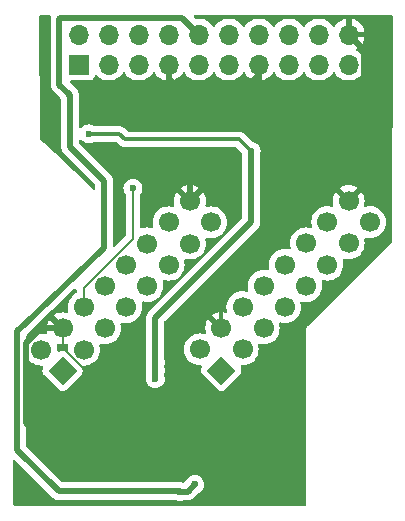
<source format=gbr>
%TF.GenerationSoftware,KiCad,Pcbnew,8.0.4*%
%TF.CreationDate,2024-12-17T16:18:05+07:00*%
%TF.ProjectId,8bit_bus,38626974-5f62-4757-932e-6b696361645f,rev?*%
%TF.SameCoordinates,Original*%
%TF.FileFunction,Copper,L2,Bot*%
%TF.FilePolarity,Positive*%
%FSLAX46Y46*%
G04 Gerber Fmt 4.6, Leading zero omitted, Abs format (unit mm)*
G04 Created by KiCad (PCBNEW 8.0.4) date 2024-12-17 16:18:05*
%MOMM*%
%LPD*%
G01*
G04 APERTURE LIST*
G04 Aperture macros list*
%AMHorizOval*
0 Thick line with rounded ends*
0 $1 width*
0 $2 $3 position (X,Y) of the first rounded end (center of the circle)*
0 $4 $5 position (X,Y) of the second rounded end (center of the circle)*
0 Add line between two ends*
20,1,$1,$2,$3,$4,$5,0*
0 Add two circle primitives to create the rounded ends*
1,1,$1,$2,$3*
1,1,$1,$4,$5*%
%AMRotRect*
0 Rectangle, with rotation*
0 The origin of the aperture is its center*
0 $1 length*
0 $2 width*
0 $3 Rotation angle, in degrees counterclockwise*
0 Add horizontal line*
21,1,$1,$2,0,0,$3*%
G04 Aperture macros list end*
%TA.AperFunction,ComponentPad*%
%ADD10R,1.700000X1.700000*%
%TD*%
%TA.AperFunction,ComponentPad*%
%ADD11O,1.700000X1.700000*%
%TD*%
%TA.AperFunction,ComponentPad*%
%ADD12RotRect,1.700000X1.700000X315.000000*%
%TD*%
%TA.AperFunction,ComponentPad*%
%ADD13HorizOval,1.700000X0.000000X0.000000X0.000000X0.000000X0*%
%TD*%
%TA.AperFunction,ViaPad*%
%ADD14C,0.600000*%
%TD*%
%TA.AperFunction,Conductor*%
%ADD15C,0.500000*%
%TD*%
%TA.AperFunction,Conductor*%
%ADD16C,0.300000*%
%TD*%
%TA.AperFunction,Conductor*%
%ADD17C,0.200000*%
%TD*%
%TA.AperFunction,Conductor*%
%ADD18C,0.250000*%
%TD*%
G04 APERTURE END LIST*
D10*
%TO.P,J17,1,Pin_1*%
%TO.N,/8bit_bus/D0*%
X30293893Y-23608850D03*
D11*
%TO.P,J17,2,Pin_2*%
%TO.N,/8bit_bus/D1*%
X30293893Y-21068850D03*
%TO.P,J17,3,Pin_3*%
%TO.N,/8bit_bus/D2*%
X32833893Y-23608850D03*
%TO.P,J17,4,Pin_4*%
%TO.N,/8bit_bus/D3*%
X32833893Y-21068850D03*
%TO.P,J17,5,Pin_5*%
%TO.N,/8bit_bus/D4*%
X35373892Y-23608850D03*
%TO.P,J17,6,Pin_6*%
%TO.N,/8bit_bus/D5*%
X35373893Y-21068850D03*
%TO.P,J17,7,Pin_7*%
%TO.N,GND*%
X37913893Y-23608850D03*
%TO.P,J17,8,Pin_8*%
%TO.N,/8bit_bus/A*%
X37913893Y-21068850D03*
%TO.P,J17,9,Pin_9*%
%TO.N,/8bit_bus/STB*%
X40453893Y-23608850D03*
%TO.P,J17,10,Pin_10*%
%TO.N,+5V*%
X40453893Y-21068850D03*
%TO.P,J17,11,Pin_11*%
%TO.N,/8bit_bus/CLK*%
X42993893Y-23608850D03*
%TO.P,J17,12,Pin_12*%
%TO.N,/8bit_bus/OE*%
X42993893Y-21068850D03*
%TO.P,J17,13,Pin_13*%
%TO.N,GND*%
X45533893Y-23608850D03*
%TO.P,J17,14,Pin_14*%
%TO.N,/8bit_bus/D6*%
X45533893Y-21068850D03*
%TO.P,J17,15,Pin_15*%
%TO.N,/8bit_bus/D7*%
X48073894Y-23608850D03*
%TO.P,J17,16,Pin_16*%
%TO.N,/8bit_bus/D8*%
X48073893Y-21068850D03*
%TO.P,J17,17,Pin_17*%
%TO.N,/8bit_bus/D9*%
X50613893Y-23608850D03*
%TO.P,J17,18,Pin_18*%
%TO.N,/8bit_bus/D10*%
X50613893Y-21068850D03*
%TO.P,J17,19,Pin_19*%
%TO.N,/8bit_bus/D11*%
X53153893Y-23608850D03*
%TO.P,J17,20,Pin_20*%
%TO.N,GND*%
X53153893Y-21068850D03*
%TD*%
D12*
%TO.P,J11,1,Pin_1*%
%TO.N,/8bit_bus/D1_1*%
X28923893Y-49538850D03*
D13*
%TO.P,J11,2,Pin_2*%
%TO.N,/8bit_bus/D1_2*%
X27127842Y-47742799D03*
%TO.P,J11,3,Pin_3*%
%TO.N,/8bit_bus/D1_3*%
X30719944Y-47742799D03*
%TO.P,J11,4,Pin_4*%
%TO.N,GND*%
X28923893Y-45946748D03*
%TO.P,J11,5,Pin_5*%
%TO.N,/8bit_bus/D1_4*%
X32515995Y-45946748D03*
%TO.P,J11,6,Pin_6*%
%TO.N,/8bit_bus/D1_5*%
X30719944Y-44150696D03*
%TO.P,J11,7,Pin_7*%
%TO.N,/8bit_bus/D1_6*%
X34312047Y-44150696D03*
%TO.P,J11,8,Pin_8*%
%TO.N,/8bit_bus/CM_E_N4*%
X32515995Y-42354645D03*
%TO.P,J11,9,Pin_9*%
%TO.N,/8bit_bus/CM_A_N5*%
X36108098Y-42354645D03*
%TO.P,J11,10,Pin_10*%
%TO.N,/8bit_bus/CM_B_N3*%
X34312047Y-40558594D03*
%TO.P,J11,11,Pin_11*%
%TO.N,/8bit_bus/CM_C_P3*%
X37904149Y-40558594D03*
%TO.P,J11,12,Pin_12*%
%TO.N,/8bit_bus/CM_D_P4*%
X36108098Y-38762543D03*
%TO.P,J11,13,Pin_13*%
%TO.N,/8bit_bus/CM_CLK_M3*%
X39700200Y-38762543D03*
%TO.P,J11,14,Pin_14*%
%TO.N,/8bit_bus/CM_STB_N1*%
X37904149Y-36966491D03*
%TO.P,J11,15,Pin_15*%
%TO.N,/8bit_bus/CM_OE_M4*%
X41496252Y-36966491D03*
%TO.P,J11,16,Pin_16*%
%TO.N,GND*%
X39700200Y-35170440D03*
%TD*%
D12*
%TO.P,J12,1,Pin_1*%
%TO.N,/8bit_bus/D2_1*%
X42363893Y-49528850D03*
D13*
%TO.P,J12,2,Pin_2*%
%TO.N,/8bit_bus/D2_2*%
X40567842Y-47732799D03*
%TO.P,J12,3,Pin_3*%
%TO.N,/8bit_bus/D2_3*%
X44159944Y-47732799D03*
%TO.P,J12,4,Pin_4*%
%TO.N,GND*%
X42363893Y-45936748D03*
%TO.P,J12,5,Pin_5*%
%TO.N,/8bit_bus/D2_4*%
X45955995Y-45936748D03*
%TO.P,J12,6,Pin_6*%
%TO.N,/8bit_bus/D2_5*%
X44159944Y-44140696D03*
%TO.P,J12,7,Pin_7*%
%TO.N,/8bit_bus/D2_6*%
X47752047Y-44140696D03*
%TO.P,J12,8,Pin_8*%
%TO.N,unconnected-(J12-Pin_8-Pad8)*%
X45955995Y-42344645D03*
%TO.P,J12,9,Pin_9*%
%TO.N,unconnected-(J12-Pin_9-Pad9)*%
X49548098Y-42344645D03*
%TO.P,J12,10,Pin_10*%
%TO.N,unconnected-(J12-Pin_10-Pad10)*%
X47752047Y-40548594D03*
%TO.P,J12,11,Pin_11*%
%TO.N,unconnected-(J12-Pin_11-Pad11)*%
X51344149Y-40548594D03*
%TO.P,J12,12,Pin_12*%
%TO.N,unconnected-(J12-Pin_12-Pad12)*%
X49548098Y-38752543D03*
%TO.P,J12,13,Pin_13*%
%TO.N,unconnected-(J12-Pin_13-Pad13)*%
X53140200Y-38752543D03*
%TO.P,J12,14,Pin_14*%
%TO.N,Net-(J12-Pin_14)*%
X51344149Y-36956491D03*
%TO.P,J12,15,Pin_15*%
%TO.N,unconnected-(J12-Pin_15-Pad15)*%
X54936252Y-36956491D03*
%TO.P,J12,16,Pin_16*%
%TO.N,GND*%
X53140200Y-35160440D03*
%TD*%
D14*
%TO.N,GND*%
X27894493Y-56078050D03*
X41508893Y-26548850D03*
X41173893Y-31868850D03*
X32103893Y-54706159D03*
X27615093Y-28290450D03*
X27335693Y-29662050D03*
X38562493Y-57195650D03*
X38133893Y-26678850D03*
X27945293Y-26334650D03*
X39807093Y-57195650D03*
%TO.N,+3V3*%
X31171093Y-29484250D03*
X44883893Y-30948850D03*
X36773893Y-49499450D03*
X36773893Y-50218850D03*
X36773893Y-48813650D03*
%TO.N,/8bit_bus/D1_5*%
X34883893Y-34088850D03*
%TO.N,+5V*%
X38867293Y-59761050D03*
X29467893Y-26132850D03*
X40107497Y-59162352D03*
%TD*%
D15*
%TO.N,GND*%
X38843893Y-25288850D02*
X38903893Y-25348850D01*
X38263893Y-26548850D02*
X43883893Y-26548850D01*
X27894493Y-56078050D02*
X25803893Y-53987450D01*
D16*
X42363893Y-45936748D02*
X41354595Y-44927450D01*
D15*
X54453893Y-22368850D02*
X53153893Y-21068850D01*
X30732002Y-56078050D02*
X32103893Y-54706159D01*
X53140200Y-35160440D02*
X54453893Y-33846747D01*
X38383893Y-25288850D02*
X38843893Y-25288850D01*
X27894493Y-56078050D02*
X28148493Y-55824050D01*
D16*
X41354595Y-44927450D02*
X39146693Y-44927450D01*
X42363893Y-45936748D02*
X42363893Y-42759850D01*
D15*
X25803893Y-47228270D02*
X27085415Y-45946748D01*
X39730893Y-33937666D02*
X39730893Y-32227450D01*
X37913893Y-26458850D02*
X38133893Y-26678850D01*
X38133893Y-26678850D02*
X38263893Y-26548850D01*
X37913893Y-23608850D02*
X37913893Y-24818850D01*
X54453893Y-33846747D02*
X54453893Y-22368850D01*
X27085415Y-45946748D02*
X28923893Y-45946748D01*
D17*
X28923893Y-47573094D02*
X31302771Y-49951972D01*
D15*
X27894493Y-56078050D02*
X30732002Y-56078050D01*
X38903893Y-25348850D02*
X44663893Y-25348850D01*
X28148493Y-53106250D02*
X31302771Y-49951972D01*
D17*
X31302771Y-49951972D02*
X32103893Y-50753094D01*
D15*
X39730893Y-32227450D02*
X40815293Y-32227450D01*
X25803893Y-53987450D02*
X25803893Y-47228270D01*
X37913893Y-24818850D02*
X38383893Y-25288850D01*
X44663893Y-25348850D02*
X45533893Y-24478850D01*
D18*
X45533893Y-24898850D02*
X45093893Y-25338850D01*
D17*
X27945293Y-26334650D02*
X27945293Y-29052450D01*
D15*
X40815293Y-32227450D02*
X41173893Y-31868850D01*
X39700200Y-33968359D02*
X39730893Y-33937666D01*
D16*
X42363893Y-42759850D02*
X42347093Y-42743050D01*
D17*
X28923893Y-45946748D02*
X28923893Y-47573094D01*
D15*
X39700200Y-35170440D02*
X39700200Y-33968359D01*
X37913893Y-23608850D02*
X37913893Y-26458850D01*
X45533893Y-24478850D02*
X45533893Y-23608850D01*
X43883893Y-26548850D02*
X45093893Y-25338850D01*
D18*
X45533893Y-23608850D02*
X45533893Y-24898850D01*
D17*
X32103893Y-50753094D02*
X32103893Y-54706159D01*
X27945293Y-29052450D02*
X27335693Y-29662050D01*
D15*
X28148493Y-55824050D02*
X28148493Y-53106250D01*
D16*
%TO.N,+3V3*%
X33736493Y-29484250D02*
X34193693Y-29941450D01*
D15*
X36773893Y-48813650D02*
X36773893Y-45048850D01*
X40763893Y-41058850D02*
X44883893Y-36938850D01*
X44883893Y-36938850D02*
X44883893Y-30948850D01*
D16*
X43876493Y-29941450D02*
X34193693Y-29941450D01*
D15*
X36773893Y-50218850D02*
X36773893Y-48813650D01*
D16*
X31171093Y-29484250D02*
X33736493Y-29484250D01*
X44883893Y-30948850D02*
X43876493Y-29941450D01*
D15*
X36773893Y-45048850D02*
X40763893Y-41058850D01*
D17*
%TO.N,/8bit_bus/D1_5*%
X30719944Y-42524350D02*
X30719944Y-44150696D01*
X34883893Y-38360401D02*
X30719944Y-42524350D01*
X34883893Y-34088850D02*
X34883893Y-38360401D01*
D15*
%TO.N,+5V*%
X32327767Y-39235341D02*
X32327589Y-39244313D01*
X29582193Y-30593183D02*
X32435660Y-33446650D01*
X32433833Y-35371511D02*
X32433833Y-39129275D01*
X32435660Y-33446650D02*
X32435660Y-35062326D01*
X39508799Y-59761050D02*
X40107497Y-59162352D01*
X29467893Y-26132850D02*
X29582193Y-26247150D01*
X39033119Y-19648076D02*
X40453893Y-21068850D01*
X29467893Y-26132850D02*
X28656493Y-25321450D01*
X32433833Y-39129275D02*
X32327767Y-39235341D01*
X29582193Y-26247150D02*
X29582193Y-30593183D01*
X28595493Y-59720450D02*
X38826693Y-59720450D01*
X25103893Y-46211854D02*
X25103893Y-56228850D01*
X32435660Y-35062326D02*
X32442320Y-35069371D01*
X32327589Y-39244313D02*
X25738229Y-45577518D01*
X25738229Y-45577518D02*
X25103893Y-46211854D01*
X25103893Y-56228850D02*
X28595493Y-59720450D01*
X28834129Y-19648084D02*
X28834395Y-19648084D01*
X28656493Y-19781450D02*
X28789845Y-19648098D01*
X28834395Y-19648084D02*
X28859797Y-19648076D01*
X28789845Y-19648098D02*
X28834129Y-19648084D01*
X32442320Y-35069371D02*
X32433833Y-35371511D01*
X28859797Y-19648076D02*
X39033119Y-19648076D01*
X38867293Y-59761050D02*
X39508799Y-59761050D01*
X28656493Y-25321450D02*
X28656493Y-19781450D01*
X38826693Y-59720450D02*
X38867293Y-59761050D01*
%TD*%
%TA.AperFunction,Conductor*%
%TO.N,GND*%
G36*
X56818344Y-19409261D02*
G01*
X56864116Y-19462050D01*
X56875338Y-19513918D01*
X56825986Y-38662647D01*
X56806128Y-38729635D01*
X56789012Y-38750659D01*
X49755073Y-45680649D01*
X49747939Y-45686867D01*
X49701517Y-45733407D01*
X49700753Y-45734165D01*
X49655591Y-45778660D01*
X49654681Y-45779851D01*
X49654016Y-45780712D01*
X49653070Y-45781925D01*
X49621448Y-45836857D01*
X49620906Y-45837790D01*
X49588878Y-45892322D01*
X49588305Y-45893713D01*
X49587875Y-45894742D01*
X49587291Y-45896120D01*
X49570990Y-45957266D01*
X49570708Y-45958304D01*
X49553859Y-46019366D01*
X49553665Y-46020861D01*
X49553521Y-46021927D01*
X49553309Y-46023449D01*
X49553389Y-46086699D01*
X49553386Y-46087777D01*
X49552896Y-46153661D01*
X49553486Y-46163115D01*
X49565904Y-55866620D01*
X49571856Y-60518508D01*
X49572256Y-60830691D01*
X49552657Y-60897756D01*
X49499912Y-60943578D01*
X49448256Y-60954850D01*
X24842243Y-60954850D01*
X24775204Y-60935165D01*
X24729449Y-60882361D01*
X24718246Y-60831639D01*
X24707620Y-59162348D01*
X24695010Y-57181480D01*
X24714267Y-57114320D01*
X24766779Y-57068230D01*
X24835872Y-57057846D01*
X24899612Y-57086466D01*
X24906688Y-57093013D01*
X28117071Y-60303397D01*
X28117078Y-60303403D01*
X28177834Y-60343998D01*
X28177836Y-60343999D01*
X28177839Y-60344001D01*
X28239998Y-60385534D01*
X28239999Y-60385534D01*
X28240000Y-60385535D01*
X28376575Y-60442106D01*
X28376580Y-60442108D01*
X28376584Y-60442108D01*
X28376585Y-60442109D01*
X28521572Y-60470950D01*
X28521575Y-60470950D01*
X28521576Y-60470950D01*
X28669410Y-60470950D01*
X38456759Y-60470950D01*
X38510272Y-60486364D01*
X38511498Y-60483819D01*
X38517763Y-60486836D01*
X38517770Y-60486838D01*
X38517771Y-60486839D01*
X38588391Y-60511550D01*
X38688038Y-60546418D01*
X38688043Y-60546419D01*
X38867289Y-60566615D01*
X38867293Y-60566615D01*
X38867297Y-60566615D01*
X39046542Y-60546419D01*
X39046545Y-60546418D01*
X39046548Y-60546418D01*
X39126310Y-60518507D01*
X39167265Y-60511550D01*
X39582719Y-60511550D01*
X39680261Y-60492146D01*
X39727712Y-60482708D01*
X39864294Y-60426134D01*
X39917076Y-60390866D01*
X39987215Y-60344002D01*
X40415560Y-59915655D01*
X40451631Y-59893007D01*
X40450743Y-59891163D01*
X40457015Y-59888142D01*
X40457019Y-59888141D01*
X40609759Y-59792168D01*
X40737313Y-59664614D01*
X40833286Y-59511874D01*
X40892865Y-59341607D01*
X40913062Y-59162352D01*
X40895958Y-59010550D01*
X40892866Y-58983102D01*
X40892865Y-58983097D01*
X40847793Y-58854289D01*
X40833286Y-58812830D01*
X40737313Y-58660090D01*
X40609759Y-58532536D01*
X40457020Y-58436563D01*
X40286751Y-58376983D01*
X40286746Y-58376982D01*
X40107501Y-58356787D01*
X40107493Y-58356787D01*
X39928247Y-58376982D01*
X39928242Y-58376983D01*
X39757973Y-58436563D01*
X39605234Y-58532536D01*
X39477681Y-58660089D01*
X39381708Y-58812830D01*
X39378685Y-58819108D01*
X39376859Y-58818228D01*
X39354191Y-58854289D01*
X39239615Y-58968866D01*
X39178292Y-59002351D01*
X39110978Y-58998227D01*
X39046547Y-58975681D01*
X39046542Y-58975680D01*
X38867297Y-58955485D01*
X38867290Y-58955485D01*
X38781022Y-58965205D01*
X38745832Y-58969170D01*
X38731951Y-58969950D01*
X28957723Y-58969950D01*
X28890684Y-58950265D01*
X28870042Y-58933631D01*
X25890712Y-55954301D01*
X25857227Y-55892978D01*
X25854393Y-55866620D01*
X25854393Y-48671928D01*
X25874078Y-48604889D01*
X25926882Y-48559134D01*
X25996040Y-48549190D01*
X26059596Y-48578215D01*
X26079966Y-48600802D01*
X26089347Y-48614200D01*
X26256441Y-48781294D01*
X26353226Y-48849064D01*
X26450007Y-48916831D01*
X26450009Y-48916832D01*
X26450012Y-48916834D01*
X26664179Y-49016702D01*
X26892434Y-49077862D01*
X27127842Y-49098458D01*
X27170889Y-49094691D01*
X27239386Y-49108456D01*
X27289570Y-49157071D01*
X27305505Y-49225099D01*
X27294490Y-49269730D01*
X27236647Y-49396386D01*
X27236645Y-49396394D01*
X27216165Y-49538850D01*
X27236645Y-49681305D01*
X27236646Y-49681309D01*
X27296432Y-49812220D01*
X27296433Y-49812221D01*
X27296434Y-49812223D01*
X27334053Y-49858906D01*
X27334056Y-49858909D01*
X27334061Y-49858915D01*
X28419787Y-50944638D01*
X28603837Y-51128688D01*
X28603841Y-51128691D01*
X28603843Y-51128693D01*
X28650519Y-51166309D01*
X28781433Y-51226096D01*
X28781434Y-51226096D01*
X28781436Y-51226097D01*
X28923893Y-51246578D01*
X29066350Y-51226097D01*
X29197266Y-51166309D01*
X29243949Y-51128690D01*
X30513731Y-49858906D01*
X30551352Y-49812223D01*
X30611140Y-49681307D01*
X30631621Y-49538850D01*
X30611140Y-49396393D01*
X30553295Y-49269731D01*
X30543351Y-49200573D01*
X30572376Y-49137017D01*
X30631154Y-49099242D01*
X30676893Y-49094691D01*
X30719944Y-49098458D01*
X30955352Y-49077862D01*
X31183607Y-49016702D01*
X31397774Y-48916834D01*
X31591345Y-48781294D01*
X31758439Y-48614200D01*
X31893979Y-48420629D01*
X31993847Y-48206462D01*
X32055007Y-47978207D01*
X32075603Y-47742799D01*
X32055007Y-47507391D01*
X32028027Y-47406699D01*
X32029690Y-47336849D01*
X32068853Y-47278987D01*
X32133081Y-47251483D01*
X32179895Y-47254831D01*
X32280587Y-47281811D01*
X32432455Y-47295098D01*
X32515994Y-47302407D01*
X32515995Y-47302407D01*
X32515996Y-47302407D01*
X32555229Y-47298974D01*
X32751403Y-47281811D01*
X32979658Y-47220651D01*
X33193825Y-47120783D01*
X33387396Y-46985243D01*
X33554490Y-46818149D01*
X33690030Y-46624578D01*
X33789898Y-46410411D01*
X33851058Y-46182156D01*
X33871654Y-45946748D01*
X33851058Y-45711340D01*
X33824077Y-45610644D01*
X33825740Y-45540797D01*
X33864902Y-45482934D01*
X33929131Y-45455430D01*
X33975942Y-45458777D01*
X34076639Y-45485759D01*
X34264965Y-45502235D01*
X34312046Y-45506355D01*
X34312047Y-45506355D01*
X34312048Y-45506355D01*
X34351281Y-45502922D01*
X34547455Y-45485759D01*
X34775710Y-45424599D01*
X34989877Y-45324731D01*
X35183448Y-45189191D01*
X35350542Y-45022097D01*
X35486082Y-44828526D01*
X35585950Y-44614359D01*
X35647110Y-44386104D01*
X35667706Y-44150696D01*
X35647110Y-43915288D01*
X35620130Y-43814596D01*
X35621793Y-43744746D01*
X35660956Y-43686884D01*
X35725184Y-43659380D01*
X35771998Y-43662728D01*
X35872690Y-43689708D01*
X36061016Y-43706184D01*
X36108097Y-43710304D01*
X36108098Y-43710304D01*
X36108099Y-43710304D01*
X36147332Y-43706871D01*
X36343506Y-43689708D01*
X36571761Y-43628548D01*
X36785928Y-43528680D01*
X36979499Y-43393140D01*
X37146593Y-43226046D01*
X37282133Y-43032475D01*
X37382001Y-42818308D01*
X37443161Y-42590053D01*
X37463757Y-42354645D01*
X37443161Y-42119237D01*
X37416181Y-42018544D01*
X37417844Y-41948695D01*
X37457007Y-41890833D01*
X37521235Y-41863329D01*
X37568049Y-41866677D01*
X37668741Y-41893657D01*
X37857067Y-41910133D01*
X37904148Y-41914253D01*
X37904149Y-41914253D01*
X37904150Y-41914253D01*
X37943383Y-41910820D01*
X38139557Y-41893657D01*
X38367812Y-41832497D01*
X38581979Y-41732629D01*
X38775550Y-41597089D01*
X38942644Y-41429995D01*
X39078184Y-41236424D01*
X39178052Y-41022257D01*
X39239212Y-40794002D01*
X39259808Y-40558594D01*
X39239212Y-40323186D01*
X39212232Y-40222493D01*
X39213895Y-40152644D01*
X39253058Y-40094782D01*
X39317286Y-40067278D01*
X39364100Y-40070626D01*
X39464792Y-40097606D01*
X39653118Y-40114082D01*
X39700199Y-40118202D01*
X39700200Y-40118202D01*
X39700201Y-40118202D01*
X39739434Y-40114769D01*
X39935608Y-40097606D01*
X40163863Y-40036446D01*
X40378030Y-39936578D01*
X40571601Y-39801038D01*
X40738695Y-39633944D01*
X40874235Y-39440373D01*
X40974103Y-39226206D01*
X41035263Y-38997951D01*
X41055859Y-38762543D01*
X41035263Y-38527135D01*
X41008282Y-38426439D01*
X41009945Y-38356592D01*
X41049107Y-38298729D01*
X41113336Y-38271225D01*
X41160147Y-38274572D01*
X41260844Y-38301554D01*
X41449170Y-38318030D01*
X41496251Y-38322150D01*
X41496252Y-38322150D01*
X41496253Y-38322150D01*
X41535486Y-38318717D01*
X41731660Y-38301554D01*
X41959915Y-38240394D01*
X42174082Y-38140526D01*
X42367653Y-38004986D01*
X42534747Y-37837892D01*
X42670287Y-37644321D01*
X42770155Y-37430154D01*
X42831315Y-37201899D01*
X42851911Y-36966491D01*
X42831315Y-36731083D01*
X42771752Y-36508789D01*
X42770157Y-36502835D01*
X42770156Y-36502834D01*
X42770155Y-36502828D01*
X42670287Y-36288662D01*
X42534747Y-36095090D01*
X42534746Y-36095088D01*
X42367654Y-35927997D01*
X42367647Y-35927992D01*
X42353371Y-35917996D01*
X42328773Y-35900772D01*
X42174086Y-35792458D01*
X42174082Y-35792456D01*
X42152635Y-35782455D01*
X41959915Y-35692588D01*
X41959911Y-35692587D01*
X41959907Y-35692585D01*
X41731665Y-35631429D01*
X41731655Y-35631427D01*
X41496253Y-35610832D01*
X41496251Y-35610832D01*
X41260848Y-35631427D01*
X41260835Y-35631430D01*
X41159592Y-35658557D01*
X41089742Y-35656894D01*
X41031880Y-35617731D01*
X41004377Y-35553502D01*
X41007725Y-35506688D01*
X41034768Y-35405762D01*
X41034769Y-35405755D01*
X41055357Y-35170441D01*
X41055357Y-35170438D01*
X41034769Y-34935124D01*
X41034767Y-34935113D01*
X40973633Y-34706956D01*
X40973629Y-34706947D01*
X40873800Y-34492863D01*
X40873799Y-34492861D01*
X40815125Y-34409066D01*
X40815125Y-34409065D01*
X40183161Y-35041028D01*
X40166125Y-34977447D01*
X40100299Y-34863433D01*
X40007207Y-34770341D01*
X39893193Y-34704515D01*
X39829610Y-34687477D01*
X40461573Y-34055513D01*
X40461573Y-34055512D01*
X40377783Y-33996842D01*
X40377779Y-33996840D01*
X40163692Y-33897010D01*
X40163683Y-33897006D01*
X39935526Y-33835872D01*
X39935515Y-33835870D01*
X39700202Y-33815283D01*
X39700198Y-33815283D01*
X39464884Y-33835870D01*
X39464873Y-33835872D01*
X39236716Y-33897006D01*
X39236707Y-33897010D01*
X39022619Y-33996841D01*
X38938825Y-34055512D01*
X39570790Y-34687477D01*
X39507207Y-34704515D01*
X39393193Y-34770341D01*
X39300101Y-34863433D01*
X39234275Y-34977447D01*
X39217237Y-35041030D01*
X38585272Y-34409065D01*
X38526601Y-34492859D01*
X38426770Y-34706947D01*
X38426766Y-34706956D01*
X38365632Y-34935113D01*
X38365630Y-34935124D01*
X38345043Y-35170438D01*
X38345043Y-35170441D01*
X38365630Y-35405755D01*
X38365632Y-35405766D01*
X38392674Y-35506689D01*
X38391011Y-35576539D01*
X38351848Y-35634401D01*
X38287619Y-35661905D01*
X38240806Y-35658557D01*
X38139562Y-35631429D01*
X38139552Y-35631427D01*
X37904150Y-35610832D01*
X37904148Y-35610832D01*
X37668745Y-35631427D01*
X37668735Y-35631429D01*
X37440493Y-35692585D01*
X37440484Y-35692589D01*
X37226320Y-35792455D01*
X37226318Y-35792456D01*
X37032746Y-35927996D01*
X36865654Y-36095088D01*
X36730114Y-36288660D01*
X36730113Y-36288662D01*
X36630247Y-36502826D01*
X36630243Y-36502835D01*
X36569087Y-36731077D01*
X36569085Y-36731087D01*
X36548490Y-36966490D01*
X36548490Y-36966491D01*
X36569085Y-37201894D01*
X36569087Y-37201904D01*
X36596066Y-37302591D01*
X36594403Y-37372441D01*
X36555240Y-37430303D01*
X36491012Y-37457807D01*
X36444199Y-37454459D01*
X36343514Y-37427482D01*
X36343510Y-37427481D01*
X36343506Y-37427480D01*
X36343504Y-37427479D01*
X36343501Y-37427479D01*
X36108099Y-37406884D01*
X36108097Y-37406884D01*
X35872694Y-37427479D01*
X35872684Y-37427481D01*
X35640486Y-37489697D01*
X35570636Y-37488034D01*
X35512774Y-37448871D01*
X35485270Y-37384642D01*
X35484393Y-37369922D01*
X35484393Y-34671262D01*
X35504078Y-34604223D01*
X35511448Y-34593947D01*
X35513703Y-34591117D01*
X35513709Y-34591112D01*
X35609682Y-34438372D01*
X35669261Y-34268105D01*
X35669262Y-34268099D01*
X35689458Y-34088853D01*
X35689458Y-34088846D01*
X35669262Y-33909600D01*
X35669261Y-33909595D01*
X35661357Y-33887006D01*
X35609682Y-33739328D01*
X35513709Y-33586588D01*
X35386155Y-33459034D01*
X35318824Y-33416727D01*
X35233416Y-33363061D01*
X35063147Y-33303481D01*
X35063142Y-33303480D01*
X34883897Y-33283285D01*
X34883889Y-33283285D01*
X34704643Y-33303480D01*
X34704638Y-33303481D01*
X34534369Y-33363061D01*
X34381630Y-33459034D01*
X34254077Y-33586587D01*
X34158104Y-33739326D01*
X34098524Y-33909595D01*
X34098523Y-33909600D01*
X34078328Y-34088846D01*
X34078328Y-34088853D01*
X34098523Y-34268099D01*
X34098524Y-34268104D01*
X34158104Y-34438373D01*
X34254078Y-34591113D01*
X34256338Y-34593947D01*
X34257227Y-34596125D01*
X34257782Y-34597008D01*
X34257627Y-34597105D01*
X34282748Y-34658633D01*
X34283393Y-34671262D01*
X34283393Y-38060303D01*
X34263708Y-38127342D01*
X34247074Y-38147984D01*
X33396014Y-38999044D01*
X33334691Y-39032529D01*
X33264999Y-39027545D01*
X33209066Y-38985673D01*
X33184649Y-38920209D01*
X33184333Y-38911363D01*
X33184333Y-35383801D01*
X33184382Y-35380319D01*
X33192407Y-35094614D01*
X33194600Y-35016555D01*
X33189537Y-34986755D01*
X33187911Y-34977179D01*
X33186160Y-34956412D01*
X33186160Y-33372729D01*
X33171967Y-33301380D01*
X33157319Y-33227738D01*
X33103068Y-33096767D01*
X33101425Y-33092175D01*
X33100744Y-33091155D01*
X33067846Y-33041920D01*
X33067845Y-33041918D01*
X33018616Y-32968239D01*
X33018612Y-32968234D01*
X30369012Y-30318634D01*
X30335527Y-30257311D01*
X30332693Y-30230953D01*
X30332693Y-30077290D01*
X30352378Y-30010251D01*
X30405182Y-29964496D01*
X30474340Y-29954552D01*
X30537896Y-29983577D01*
X30544374Y-29989609D01*
X30668831Y-30114066D01*
X30821571Y-30210039D01*
X30858786Y-30223061D01*
X30991838Y-30269618D01*
X30991843Y-30269619D01*
X31171089Y-30289815D01*
X31171093Y-30289815D01*
X31171097Y-30289815D01*
X31350342Y-30269619D01*
X31350344Y-30269618D01*
X31350348Y-30269618D01*
X31350351Y-30269616D01*
X31350355Y-30269616D01*
X31499498Y-30217428D01*
X31520615Y-30210039D01*
X31610189Y-30153755D01*
X31676161Y-30134750D01*
X33415685Y-30134750D01*
X33482724Y-30154435D01*
X33503366Y-30171069D01*
X33779017Y-30446721D01*
X33779020Y-30446724D01*
X33779023Y-30446726D01*
X33841992Y-30488800D01*
X33885566Y-30517915D01*
X34003949Y-30566951D01*
X34003953Y-30566951D01*
X34003954Y-30566952D01*
X34129621Y-30591950D01*
X34129624Y-30591950D01*
X43555685Y-30591950D01*
X43622724Y-30611635D01*
X43643366Y-30628269D01*
X44062170Y-31047073D01*
X44095655Y-31108396D01*
X44097708Y-31120862D01*
X44098523Y-31128096D01*
X44098525Y-31128105D01*
X44126435Y-31207867D01*
X44133393Y-31248821D01*
X44133393Y-36576620D01*
X44113708Y-36643659D01*
X44097074Y-36664301D01*
X36190940Y-44570434D01*
X36190938Y-44570436D01*
X36154745Y-44624607D01*
X36154743Y-44624610D01*
X36108812Y-44693349D01*
X36108805Y-44693361D01*
X36052236Y-44829932D01*
X36052233Y-44829942D01*
X36023393Y-44974929D01*
X36023393Y-48513678D01*
X36016435Y-48554632D01*
X35988524Y-48634397D01*
X35968328Y-48813646D01*
X35968328Y-48813653D01*
X35988523Y-48992899D01*
X35988524Y-48992904D01*
X36016435Y-49072667D01*
X36023393Y-49113622D01*
X36023393Y-49199478D01*
X36016435Y-49240432D01*
X35988524Y-49320197D01*
X35968328Y-49499446D01*
X35968328Y-49499453D01*
X35988523Y-49678699D01*
X35988524Y-49678704D01*
X36016435Y-49758467D01*
X36023393Y-49799422D01*
X36023393Y-49918878D01*
X36016435Y-49959832D01*
X35988524Y-50039597D01*
X35968328Y-50218846D01*
X35968328Y-50218853D01*
X35988523Y-50398099D01*
X35988524Y-50398104D01*
X36048104Y-50568373D01*
X36144077Y-50721112D01*
X36271631Y-50848666D01*
X36424371Y-50944639D01*
X36594638Y-51004218D01*
X36594643Y-51004219D01*
X36773889Y-51024415D01*
X36773893Y-51024415D01*
X36773897Y-51024415D01*
X36953142Y-51004219D01*
X36953145Y-51004218D01*
X36953148Y-51004218D01*
X37123415Y-50944639D01*
X37276155Y-50848666D01*
X37403709Y-50721112D01*
X37499682Y-50568372D01*
X37559261Y-50398105D01*
X37579458Y-50218850D01*
X37559261Y-50039595D01*
X37531351Y-49959832D01*
X37524393Y-49918878D01*
X37524393Y-49799422D01*
X37531351Y-49758467D01*
X37559261Y-49678705D01*
X37559262Y-49678699D01*
X37579458Y-49499453D01*
X37579458Y-49499446D01*
X37559261Y-49320197D01*
X37559261Y-49320195D01*
X37531351Y-49240432D01*
X37524393Y-49199478D01*
X37524393Y-49113622D01*
X37531351Y-49072667D01*
X37550935Y-49016700D01*
X37559261Y-48992905D01*
X37567832Y-48916834D01*
X37579458Y-48813653D01*
X37579458Y-48813646D01*
X37559261Y-48634397D01*
X37559261Y-48634395D01*
X37531351Y-48554632D01*
X37524393Y-48513678D01*
X37524393Y-47732798D01*
X39212183Y-47732798D01*
X39212183Y-47732799D01*
X39232778Y-47968202D01*
X39232780Y-47968212D01*
X39293936Y-48196454D01*
X39293938Y-48196458D01*
X39293939Y-48196462D01*
X39298603Y-48206463D01*
X39393807Y-48410629D01*
X39393809Y-48410633D01*
X39494639Y-48554632D01*
X39529347Y-48604200D01*
X39696441Y-48771294D01*
X39710727Y-48781297D01*
X39890007Y-48906831D01*
X39890009Y-48906832D01*
X39890012Y-48906834D01*
X40104179Y-49006702D01*
X40332434Y-49067862D01*
X40567842Y-49088458D01*
X40610889Y-49084691D01*
X40679386Y-49098456D01*
X40729570Y-49147071D01*
X40745505Y-49215099D01*
X40734490Y-49259730D01*
X40676647Y-49386386D01*
X40676645Y-49386394D01*
X40656165Y-49528850D01*
X40676645Y-49671305D01*
X40676646Y-49671309D01*
X40736432Y-49802220D01*
X40736433Y-49802221D01*
X40736434Y-49802223D01*
X40774053Y-49848906D01*
X40774056Y-49848909D01*
X40774061Y-49848915D01*
X41869787Y-50944638D01*
X42043837Y-51118688D01*
X42043841Y-51118691D01*
X42043843Y-51118693D01*
X42090519Y-51156309D01*
X42221433Y-51216096D01*
X42221434Y-51216096D01*
X42221436Y-51216097D01*
X42363893Y-51236578D01*
X42506350Y-51216097D01*
X42637266Y-51156309D01*
X42683949Y-51118690D01*
X43953731Y-49848906D01*
X43991352Y-49802223D01*
X44051140Y-49671307D01*
X44071621Y-49528850D01*
X44051140Y-49386393D01*
X43993295Y-49259731D01*
X43983351Y-49190573D01*
X44012376Y-49127017D01*
X44071154Y-49089242D01*
X44116893Y-49084691D01*
X44159944Y-49088458D01*
X44395352Y-49067862D01*
X44623607Y-49006702D01*
X44837774Y-48906834D01*
X45031345Y-48771294D01*
X45198439Y-48604200D01*
X45333979Y-48410629D01*
X45433847Y-48196462D01*
X45495007Y-47968207D01*
X45515603Y-47732799D01*
X45495007Y-47497391D01*
X45468027Y-47396699D01*
X45469690Y-47326849D01*
X45508853Y-47268987D01*
X45573081Y-47241483D01*
X45619895Y-47244831D01*
X45720587Y-47271811D01*
X45872455Y-47285098D01*
X45955994Y-47292407D01*
X45955995Y-47292407D01*
X45955996Y-47292407D01*
X45995229Y-47288974D01*
X46191403Y-47271811D01*
X46419658Y-47210651D01*
X46633825Y-47110783D01*
X46827396Y-46975243D01*
X46994490Y-46808149D01*
X47130030Y-46614578D01*
X47229898Y-46400411D01*
X47291058Y-46172156D01*
X47311654Y-45936748D01*
X47291058Y-45701340D01*
X47264077Y-45600644D01*
X47265740Y-45530797D01*
X47304902Y-45472934D01*
X47369131Y-45445430D01*
X47415942Y-45448777D01*
X47516639Y-45475759D01*
X47704965Y-45492235D01*
X47752046Y-45496355D01*
X47752047Y-45496355D01*
X47752048Y-45496355D01*
X47791281Y-45492922D01*
X47987455Y-45475759D01*
X48215710Y-45414599D01*
X48429877Y-45314731D01*
X48623448Y-45179191D01*
X48790542Y-45012097D01*
X48926082Y-44818526D01*
X49025950Y-44604359D01*
X49087110Y-44376104D01*
X49107706Y-44140696D01*
X49087110Y-43905288D01*
X49060130Y-43804596D01*
X49061793Y-43734746D01*
X49100956Y-43676884D01*
X49165184Y-43649380D01*
X49211998Y-43652728D01*
X49312690Y-43679708D01*
X49501016Y-43696184D01*
X49548097Y-43700304D01*
X49548098Y-43700304D01*
X49548099Y-43700304D01*
X49587332Y-43696871D01*
X49783506Y-43679708D01*
X50011761Y-43618548D01*
X50225928Y-43518680D01*
X50419499Y-43383140D01*
X50586593Y-43216046D01*
X50722133Y-43022475D01*
X50822001Y-42808308D01*
X50883161Y-42580053D01*
X50903757Y-42344645D01*
X50883161Y-42109237D01*
X50856181Y-42008544D01*
X50857844Y-41938695D01*
X50897007Y-41880833D01*
X50961235Y-41853329D01*
X51008049Y-41856677D01*
X51108741Y-41883657D01*
X51297067Y-41900133D01*
X51344148Y-41904253D01*
X51344149Y-41904253D01*
X51344150Y-41904253D01*
X51383383Y-41900820D01*
X51579557Y-41883657D01*
X51807812Y-41822497D01*
X52021979Y-41722629D01*
X52215550Y-41587089D01*
X52382644Y-41419995D01*
X52518184Y-41226424D01*
X52618052Y-41012257D01*
X52679212Y-40784002D01*
X52699808Y-40548594D01*
X52679212Y-40313186D01*
X52652232Y-40212493D01*
X52653895Y-40142644D01*
X52693058Y-40084782D01*
X52757286Y-40057278D01*
X52804100Y-40060626D01*
X52904792Y-40087606D01*
X53093118Y-40104082D01*
X53140199Y-40108202D01*
X53140200Y-40108202D01*
X53140201Y-40108202D01*
X53179434Y-40104769D01*
X53375608Y-40087606D01*
X53603863Y-40026446D01*
X53818030Y-39926578D01*
X54011601Y-39791038D01*
X54178695Y-39623944D01*
X54314235Y-39430373D01*
X54414103Y-39216206D01*
X54475263Y-38987951D01*
X54495859Y-38752543D01*
X54475263Y-38517135D01*
X54448282Y-38416439D01*
X54449945Y-38346592D01*
X54489107Y-38288729D01*
X54553336Y-38261225D01*
X54600147Y-38264572D01*
X54700844Y-38291554D01*
X54889170Y-38308030D01*
X54936251Y-38312150D01*
X54936252Y-38312150D01*
X54936253Y-38312150D01*
X54975486Y-38308717D01*
X55171660Y-38291554D01*
X55399915Y-38230394D01*
X55614082Y-38130526D01*
X55807653Y-37994986D01*
X55974747Y-37827892D01*
X56110287Y-37634321D01*
X56210155Y-37420154D01*
X56271315Y-37191899D01*
X56291911Y-36956491D01*
X56271315Y-36721083D01*
X56212836Y-36502835D01*
X56210157Y-36492835D01*
X56210156Y-36492834D01*
X56210155Y-36492828D01*
X56110287Y-36278662D01*
X55974747Y-36085090D01*
X55974746Y-36085088D01*
X55807654Y-35917997D01*
X55807647Y-35917992D01*
X55614086Y-35782458D01*
X55614082Y-35782456D01*
X55614080Y-35782455D01*
X55399915Y-35682588D01*
X55399911Y-35682587D01*
X55399907Y-35682585D01*
X55171665Y-35621429D01*
X55171655Y-35621427D01*
X54936253Y-35600832D01*
X54936251Y-35600832D01*
X54700848Y-35621427D01*
X54700835Y-35621430D01*
X54599592Y-35648557D01*
X54529742Y-35646894D01*
X54471880Y-35607731D01*
X54444377Y-35543502D01*
X54447725Y-35496688D01*
X54474768Y-35395762D01*
X54474769Y-35395755D01*
X54495357Y-35160441D01*
X54495357Y-35160438D01*
X54474769Y-34925124D01*
X54474767Y-34925113D01*
X54413633Y-34696956D01*
X54413629Y-34696947D01*
X54313800Y-34482863D01*
X54313799Y-34482861D01*
X54255125Y-34399066D01*
X54255125Y-34399065D01*
X53623161Y-35031028D01*
X53606125Y-34967447D01*
X53540299Y-34853433D01*
X53447207Y-34760341D01*
X53333193Y-34694515D01*
X53269610Y-34677477D01*
X53901573Y-34045513D01*
X53901573Y-34045512D01*
X53817783Y-33986842D01*
X53817779Y-33986840D01*
X53603692Y-33887010D01*
X53603683Y-33887006D01*
X53375526Y-33825872D01*
X53375515Y-33825870D01*
X53140202Y-33805283D01*
X53140198Y-33805283D01*
X52904884Y-33825870D01*
X52904873Y-33825872D01*
X52676716Y-33887006D01*
X52676707Y-33887010D01*
X52462619Y-33986841D01*
X52378825Y-34045512D01*
X53010790Y-34677477D01*
X52947207Y-34694515D01*
X52833193Y-34760341D01*
X52740101Y-34853433D01*
X52674275Y-34967447D01*
X52657237Y-35031030D01*
X52025272Y-34399065D01*
X51966601Y-34482859D01*
X51866770Y-34696947D01*
X51866766Y-34696956D01*
X51805632Y-34925113D01*
X51805630Y-34925124D01*
X51785043Y-35160438D01*
X51785043Y-35160441D01*
X51805630Y-35395755D01*
X51805632Y-35395766D01*
X51832674Y-35496689D01*
X51831011Y-35566539D01*
X51791848Y-35624401D01*
X51727619Y-35651905D01*
X51680806Y-35648557D01*
X51579562Y-35621429D01*
X51579552Y-35621427D01*
X51344150Y-35600832D01*
X51344148Y-35600832D01*
X51108745Y-35621427D01*
X51108735Y-35621429D01*
X50880493Y-35682585D01*
X50880484Y-35682589D01*
X50666320Y-35782455D01*
X50666318Y-35782456D01*
X50472746Y-35917996D01*
X50305654Y-36085088D01*
X50170114Y-36278660D01*
X50170113Y-36278662D01*
X50070247Y-36492826D01*
X50070243Y-36492835D01*
X50009087Y-36721077D01*
X50009085Y-36721087D01*
X49988490Y-36956490D01*
X49988490Y-36956491D01*
X50009085Y-37191894D01*
X50009087Y-37191904D01*
X50036066Y-37292591D01*
X50034403Y-37362441D01*
X49995240Y-37420303D01*
X49931012Y-37447807D01*
X49884199Y-37444459D01*
X49783514Y-37417482D01*
X49783510Y-37417481D01*
X49783506Y-37417480D01*
X49783504Y-37417479D01*
X49783501Y-37417479D01*
X49548099Y-37396884D01*
X49548097Y-37396884D01*
X49312694Y-37417479D01*
X49312684Y-37417481D01*
X49084442Y-37478637D01*
X49084433Y-37478641D01*
X48870269Y-37578507D01*
X48870267Y-37578508D01*
X48676695Y-37714048D01*
X48509603Y-37881140D01*
X48374063Y-38074712D01*
X48374062Y-38074714D01*
X48274196Y-38288878D01*
X48274192Y-38288887D01*
X48213036Y-38517129D01*
X48213034Y-38517139D01*
X48192439Y-38752542D01*
X48192439Y-38752543D01*
X48213034Y-38987946D01*
X48213037Y-38987959D01*
X48240014Y-39088643D01*
X48238351Y-39158493D01*
X48199188Y-39216355D01*
X48134959Y-39243858D01*
X48088147Y-39240510D01*
X47987463Y-39213533D01*
X47987459Y-39213532D01*
X47987455Y-39213531D01*
X47987453Y-39213530D01*
X47987450Y-39213530D01*
X47752048Y-39192935D01*
X47752046Y-39192935D01*
X47516643Y-39213530D01*
X47516633Y-39213532D01*
X47288391Y-39274688D01*
X47288382Y-39274692D01*
X47074218Y-39374558D01*
X47074216Y-39374559D01*
X46880644Y-39510099D01*
X46713552Y-39677191D01*
X46578012Y-39870763D01*
X46578011Y-39870765D01*
X46505417Y-40026444D01*
X46478214Y-40084782D01*
X46478145Y-40084929D01*
X46478141Y-40084938D01*
X46416985Y-40313180D01*
X46416983Y-40313190D01*
X46396388Y-40548593D01*
X46396388Y-40548594D01*
X46416983Y-40783997D01*
X46416986Y-40784010D01*
X46443963Y-40884695D01*
X46442300Y-40954545D01*
X46403136Y-41012407D01*
X46338908Y-41039910D01*
X46292095Y-41036562D01*
X46191408Y-41009583D01*
X46191398Y-41009581D01*
X45955996Y-40988986D01*
X45955994Y-40988986D01*
X45720591Y-41009581D01*
X45720581Y-41009583D01*
X45492339Y-41070739D01*
X45492330Y-41070743D01*
X45278166Y-41170609D01*
X45278164Y-41170610D01*
X45084592Y-41306150D01*
X44917500Y-41473242D01*
X44781960Y-41666814D01*
X44781959Y-41666816D01*
X44709365Y-41822495D01*
X44682162Y-41880833D01*
X44682093Y-41880980D01*
X44682089Y-41880989D01*
X44620933Y-42109231D01*
X44620931Y-42109241D01*
X44600336Y-42344644D01*
X44600336Y-42344645D01*
X44620931Y-42580048D01*
X44620934Y-42580061D01*
X44647911Y-42680745D01*
X44646248Y-42750595D01*
X44607085Y-42808457D01*
X44542856Y-42835960D01*
X44496044Y-42832612D01*
X44395360Y-42805635D01*
X44395356Y-42805634D01*
X44395352Y-42805633D01*
X44395350Y-42805632D01*
X44395347Y-42805632D01*
X44159945Y-42785037D01*
X44159943Y-42785037D01*
X43924540Y-42805632D01*
X43924530Y-42805634D01*
X43696288Y-42866790D01*
X43696279Y-42866794D01*
X43482115Y-42966660D01*
X43482113Y-42966661D01*
X43288541Y-43102201D01*
X43121449Y-43269293D01*
X42985909Y-43462865D01*
X42985908Y-43462867D01*
X42913314Y-43618546D01*
X42886111Y-43676884D01*
X42886042Y-43677031D01*
X42886038Y-43677040D01*
X42824882Y-43905282D01*
X42824880Y-43905292D01*
X42804285Y-44140695D01*
X42804285Y-44140696D01*
X42824880Y-44376099D01*
X42824882Y-44376109D01*
X42852010Y-44477354D01*
X42850347Y-44547204D01*
X42811184Y-44605067D01*
X42746955Y-44632570D01*
X42700142Y-44629222D01*
X42599219Y-44602180D01*
X42599208Y-44602178D01*
X42363895Y-44581591D01*
X42363891Y-44581591D01*
X42128577Y-44602178D01*
X42128566Y-44602180D01*
X41900409Y-44663314D01*
X41900400Y-44663318D01*
X41686312Y-44763149D01*
X41602518Y-44821820D01*
X42234483Y-45453785D01*
X42170900Y-45470823D01*
X42056886Y-45536649D01*
X41963794Y-45629741D01*
X41897968Y-45743755D01*
X41880930Y-45807338D01*
X41248965Y-45175373D01*
X41190294Y-45259167D01*
X41090463Y-45473255D01*
X41090459Y-45473264D01*
X41029325Y-45701421D01*
X41029323Y-45701432D01*
X41008736Y-45936746D01*
X41008736Y-45936749D01*
X41029323Y-46172063D01*
X41029325Y-46172074D01*
X41056367Y-46272997D01*
X41054704Y-46342847D01*
X41015541Y-46400709D01*
X40951312Y-46428213D01*
X40904499Y-46424865D01*
X40803255Y-46397737D01*
X40803245Y-46397735D01*
X40567843Y-46377140D01*
X40567841Y-46377140D01*
X40332438Y-46397735D01*
X40332428Y-46397737D01*
X40104186Y-46458893D01*
X40104177Y-46458897D01*
X39890013Y-46558763D01*
X39890011Y-46558764D01*
X39696439Y-46694304D01*
X39529347Y-46861396D01*
X39393807Y-47054968D01*
X39393806Y-47054970D01*
X39321212Y-47210649D01*
X39294009Y-47268987D01*
X39293940Y-47269134D01*
X39293936Y-47269143D01*
X39232780Y-47497385D01*
X39232778Y-47497395D01*
X39212183Y-47732798D01*
X37524393Y-47732798D01*
X37524393Y-45411078D01*
X37544078Y-45344039D01*
X37560707Y-45323402D01*
X41232099Y-41652009D01*
X41232104Y-41652006D01*
X41242307Y-41641802D01*
X41242309Y-41641802D01*
X45466845Y-37417266D01*
X45516079Y-37343579D01*
X45548977Y-37294345D01*
X45605551Y-37157763D01*
X45634393Y-37012768D01*
X45634393Y-31248821D01*
X45641351Y-31207867D01*
X45669261Y-31128104D01*
X45669262Y-31128099D01*
X45689458Y-30948853D01*
X45689458Y-30948846D01*
X45669262Y-30769600D01*
X45669261Y-30769595D01*
X45609681Y-30599326D01*
X45558527Y-30517915D01*
X45513709Y-30446588D01*
X45386155Y-30319034D01*
X45327717Y-30282315D01*
X45233414Y-30223060D01*
X45063148Y-30163482D01*
X45063139Y-30163480D01*
X45055905Y-30162665D01*
X44991493Y-30135594D01*
X44982116Y-30127127D01*
X44291167Y-29436177D01*
X44291166Y-29436176D01*
X44291162Y-29436173D01*
X44184620Y-29364985D01*
X44066237Y-29315949D01*
X44066231Y-29315947D01*
X43940564Y-29290950D01*
X43940562Y-29290950D01*
X34514501Y-29290950D01*
X34447462Y-29271265D01*
X34426820Y-29254631D01*
X34151167Y-28978977D01*
X34151166Y-28978976D01*
X34151039Y-28978891D01*
X34044620Y-28907785D01*
X33926237Y-28858749D01*
X33926231Y-28858747D01*
X33800564Y-28833750D01*
X33800562Y-28833750D01*
X31676161Y-28833750D01*
X31610189Y-28814744D01*
X31520615Y-28758460D01*
X31520611Y-28758459D01*
X31350355Y-28698883D01*
X31350342Y-28698880D01*
X31171097Y-28678685D01*
X31171089Y-28678685D01*
X30991843Y-28698880D01*
X30991838Y-28698881D01*
X30821569Y-28758461D01*
X30668830Y-28854434D01*
X30544374Y-28978891D01*
X30483051Y-29012376D01*
X30413359Y-29007392D01*
X30357426Y-28965520D01*
X30333009Y-28900056D01*
X30332693Y-28891210D01*
X30332693Y-26173232D01*
X30324660Y-26132850D01*
X30324660Y-26132847D01*
X30303853Y-26028245D01*
X30303852Y-26028238D01*
X30256507Y-25913938D01*
X30247277Y-25891655D01*
X30223076Y-25855435D01*
X30209141Y-25827507D01*
X30193682Y-25783328D01*
X30193680Y-25783325D01*
X30193680Y-25783324D01*
X30097708Y-25630587D01*
X29970155Y-25503034D01*
X29817409Y-25407057D01*
X29811140Y-25404038D01*
X29812022Y-25402206D01*
X29775953Y-25379542D01*
X29567441Y-25171030D01*
X29533956Y-25109707D01*
X29538940Y-25040015D01*
X29580812Y-24984082D01*
X29646276Y-24959665D01*
X29655122Y-24959349D01*
X31191764Y-24959349D01*
X31191765Y-24959349D01*
X31251376Y-24952941D01*
X31386224Y-24902646D01*
X31501439Y-24816396D01*
X31587689Y-24701181D01*
X31636703Y-24569766D01*
X31678574Y-24513834D01*
X31744038Y-24489416D01*
X31812311Y-24504267D01*
X31840566Y-24525419D01*
X31962492Y-24647345D01*
X32059277Y-24715115D01*
X32156058Y-24782882D01*
X32156060Y-24782883D01*
X32156063Y-24782885D01*
X32370230Y-24882753D01*
X32598485Y-24943913D01*
X32778527Y-24959665D01*
X32833892Y-24964509D01*
X32833893Y-24964509D01*
X32833894Y-24964509D01*
X32889259Y-24959665D01*
X33069301Y-24943913D01*
X33297556Y-24882753D01*
X33511723Y-24782885D01*
X33705294Y-24647345D01*
X33872388Y-24480251D01*
X34002317Y-24294692D01*
X34056894Y-24251068D01*
X34126392Y-24243874D01*
X34188747Y-24275397D01*
X34205467Y-24294692D01*
X34335397Y-24480251D01*
X34502491Y-24647345D01*
X34599276Y-24715115D01*
X34696057Y-24782882D01*
X34696059Y-24782883D01*
X34696062Y-24782885D01*
X34910229Y-24882753D01*
X35138484Y-24943913D01*
X35318526Y-24959665D01*
X35373891Y-24964509D01*
X35373892Y-24964509D01*
X35373893Y-24964509D01*
X35429258Y-24959665D01*
X35609300Y-24943913D01*
X35837555Y-24882753D01*
X36051722Y-24782885D01*
X36245293Y-24647345D01*
X36412387Y-24480251D01*
X36542624Y-24294253D01*
X36597199Y-24250630D01*
X36666697Y-24243436D01*
X36729052Y-24274959D01*
X36745771Y-24294254D01*
X36875783Y-24479928D01*
X37042810Y-24646955D01*
X37236314Y-24782450D01*
X37450400Y-24882279D01*
X37450409Y-24882283D01*
X37663893Y-24939484D01*
X37663893Y-24041862D01*
X37720900Y-24074775D01*
X37848067Y-24108850D01*
X37979719Y-24108850D01*
X38106886Y-24074775D01*
X38163893Y-24041862D01*
X38163893Y-24939483D01*
X38377376Y-24882283D01*
X38377385Y-24882279D01*
X38591471Y-24782450D01*
X38784975Y-24646955D01*
X38951998Y-24479932D01*
X39082012Y-24294255D01*
X39136589Y-24250631D01*
X39206088Y-24243438D01*
X39268442Y-24274960D01*
X39285161Y-24294254D01*
X39415398Y-24480251D01*
X39582492Y-24647345D01*
X39679277Y-24715115D01*
X39776058Y-24782882D01*
X39776060Y-24782883D01*
X39776063Y-24782885D01*
X39990230Y-24882753D01*
X40218485Y-24943913D01*
X40398527Y-24959665D01*
X40453892Y-24964509D01*
X40453893Y-24964509D01*
X40453894Y-24964509D01*
X40509259Y-24959665D01*
X40689301Y-24943913D01*
X40917556Y-24882753D01*
X41131723Y-24782885D01*
X41325294Y-24647345D01*
X41492388Y-24480251D01*
X41622318Y-24294692D01*
X41676895Y-24251067D01*
X41746393Y-24243873D01*
X41808748Y-24275396D01*
X41825468Y-24294692D01*
X41955393Y-24480245D01*
X41955398Y-24480251D01*
X42122492Y-24647345D01*
X42219277Y-24715115D01*
X42316058Y-24782882D01*
X42316060Y-24782883D01*
X42316063Y-24782885D01*
X42530230Y-24882753D01*
X42758485Y-24943913D01*
X42938527Y-24959665D01*
X42993892Y-24964509D01*
X42993893Y-24964509D01*
X42993894Y-24964509D01*
X43049259Y-24959665D01*
X43229301Y-24943913D01*
X43457556Y-24882753D01*
X43671723Y-24782885D01*
X43865294Y-24647345D01*
X44032388Y-24480251D01*
X44162623Y-24294255D01*
X44217200Y-24250631D01*
X44286698Y-24243437D01*
X44349053Y-24274960D01*
X44365772Y-24294255D01*
X44495783Y-24479928D01*
X44662810Y-24646955D01*
X44856314Y-24782450D01*
X45070400Y-24882279D01*
X45070409Y-24882283D01*
X45283893Y-24939484D01*
X45283893Y-24041862D01*
X45340900Y-24074775D01*
X45468067Y-24108850D01*
X45599719Y-24108850D01*
X45726886Y-24074775D01*
X45783893Y-24041862D01*
X45783893Y-24939483D01*
X45997376Y-24882283D01*
X45997385Y-24882279D01*
X46211471Y-24782450D01*
X46404975Y-24646955D01*
X46571998Y-24479932D01*
X46702013Y-24294254D01*
X46756590Y-24250629D01*
X46826089Y-24243437D01*
X46888443Y-24274959D01*
X46905163Y-24294255D01*
X47035394Y-24480245D01*
X47035399Y-24480251D01*
X47202493Y-24647345D01*
X47299278Y-24715115D01*
X47396059Y-24782882D01*
X47396061Y-24782883D01*
X47396064Y-24782885D01*
X47610231Y-24882753D01*
X47838486Y-24943913D01*
X48018528Y-24959665D01*
X48073893Y-24964509D01*
X48073894Y-24964509D01*
X48073895Y-24964509D01*
X48129260Y-24959665D01*
X48309302Y-24943913D01*
X48537557Y-24882753D01*
X48751724Y-24782885D01*
X48945295Y-24647345D01*
X49112389Y-24480251D01*
X49242318Y-24294692D01*
X49296895Y-24251068D01*
X49366393Y-24243874D01*
X49428748Y-24275397D01*
X49445468Y-24294692D01*
X49575398Y-24480251D01*
X49742492Y-24647345D01*
X49839277Y-24715115D01*
X49936058Y-24782882D01*
X49936060Y-24782883D01*
X49936063Y-24782885D01*
X50150230Y-24882753D01*
X50378485Y-24943913D01*
X50558527Y-24959665D01*
X50613892Y-24964509D01*
X50613893Y-24964509D01*
X50613894Y-24964509D01*
X50669259Y-24959665D01*
X50849301Y-24943913D01*
X51077556Y-24882753D01*
X51291723Y-24782885D01*
X51485294Y-24647345D01*
X51652388Y-24480251D01*
X51782318Y-24294692D01*
X51836895Y-24251067D01*
X51906393Y-24243873D01*
X51968748Y-24275396D01*
X51985468Y-24294692D01*
X52115393Y-24480245D01*
X52115398Y-24480251D01*
X52282492Y-24647345D01*
X52379277Y-24715115D01*
X52476058Y-24782882D01*
X52476060Y-24782883D01*
X52476063Y-24782885D01*
X52690230Y-24882753D01*
X52918485Y-24943913D01*
X53098527Y-24959665D01*
X53153892Y-24964509D01*
X53153893Y-24964509D01*
X53153894Y-24964509D01*
X53209259Y-24959665D01*
X53389301Y-24943913D01*
X53617556Y-24882753D01*
X53831723Y-24782885D01*
X54025294Y-24647345D01*
X54192388Y-24480251D01*
X54327928Y-24286680D01*
X54427796Y-24072513D01*
X54488956Y-23844258D01*
X54509552Y-23608850D01*
X54488956Y-23373442D01*
X54427796Y-23145187D01*
X54327928Y-22931021D01*
X54322624Y-22923445D01*
X54192387Y-22737447D01*
X54025295Y-22570356D01*
X54025294Y-22570355D01*
X53857737Y-22453030D01*
X53839298Y-22440119D01*
X53795674Y-22385542D01*
X53788481Y-22316043D01*
X53820003Y-22253689D01*
X53839298Y-22236969D01*
X54024975Y-22106955D01*
X54191998Y-21939932D01*
X54327493Y-21746428D01*
X54427322Y-21532342D01*
X54427325Y-21532336D01*
X54484529Y-21318850D01*
X53586905Y-21318850D01*
X53619818Y-21261843D01*
X53653893Y-21134676D01*
X53653893Y-21003024D01*
X53619818Y-20875857D01*
X53586905Y-20818850D01*
X54484529Y-20818850D01*
X54484528Y-20818849D01*
X54427325Y-20605363D01*
X54427322Y-20605357D01*
X54327493Y-20391272D01*
X54327492Y-20391270D01*
X54192006Y-20197776D01*
X54192001Y-20197770D01*
X54024975Y-20030744D01*
X53831471Y-19895249D01*
X53617385Y-19795420D01*
X53617379Y-19795417D01*
X53403893Y-19738214D01*
X53403893Y-20635838D01*
X53346886Y-20602925D01*
X53219719Y-20568850D01*
X53088067Y-20568850D01*
X52960900Y-20602925D01*
X52903893Y-20635838D01*
X52903893Y-19738214D01*
X52903892Y-19738214D01*
X52690406Y-19795417D01*
X52690400Y-19795420D01*
X52476315Y-19895249D01*
X52476313Y-19895250D01*
X52282819Y-20030736D01*
X52282813Y-20030741D01*
X52115784Y-20197770D01*
X52115783Y-20197772D01*
X51985773Y-20383445D01*
X51931196Y-20427069D01*
X51861697Y-20434262D01*
X51799343Y-20402740D01*
X51782623Y-20383444D01*
X51652387Y-20197447D01*
X51485295Y-20030356D01*
X51485288Y-20030351D01*
X51291727Y-19894817D01*
X51291723Y-19894815D01*
X51291721Y-19894814D01*
X51077556Y-19794947D01*
X51077552Y-19794946D01*
X51077548Y-19794944D01*
X50849306Y-19733788D01*
X50849296Y-19733786D01*
X50613894Y-19713191D01*
X50613892Y-19713191D01*
X50378489Y-19733786D01*
X50378479Y-19733788D01*
X50150237Y-19794944D01*
X50150228Y-19794948D01*
X49936064Y-19894814D01*
X49936062Y-19894815D01*
X49742490Y-20030355D01*
X49575398Y-20197447D01*
X49445468Y-20383008D01*
X49390891Y-20426633D01*
X49321393Y-20433827D01*
X49259038Y-20402304D01*
X49242318Y-20383008D01*
X49112387Y-20197447D01*
X48945295Y-20030356D01*
X48945288Y-20030351D01*
X48751727Y-19894817D01*
X48751723Y-19894815D01*
X48751721Y-19894814D01*
X48537556Y-19794947D01*
X48537552Y-19794946D01*
X48537548Y-19794944D01*
X48309306Y-19733788D01*
X48309296Y-19733786D01*
X48073894Y-19713191D01*
X48073892Y-19713191D01*
X47838489Y-19733786D01*
X47838479Y-19733788D01*
X47610237Y-19794944D01*
X47610228Y-19794948D01*
X47396064Y-19894814D01*
X47396062Y-19894815D01*
X47202490Y-20030355D01*
X47035398Y-20197447D01*
X46905468Y-20383008D01*
X46850891Y-20426633D01*
X46781393Y-20433827D01*
X46719038Y-20402304D01*
X46702318Y-20383008D01*
X46572387Y-20197447D01*
X46405295Y-20030356D01*
X46405288Y-20030351D01*
X46211727Y-19894817D01*
X46211723Y-19894815D01*
X46211721Y-19894814D01*
X45997556Y-19794947D01*
X45997552Y-19794946D01*
X45997548Y-19794944D01*
X45769306Y-19733788D01*
X45769296Y-19733786D01*
X45533894Y-19713191D01*
X45533892Y-19713191D01*
X45298489Y-19733786D01*
X45298479Y-19733788D01*
X45070237Y-19794944D01*
X45070228Y-19794948D01*
X44856064Y-19894814D01*
X44856062Y-19894815D01*
X44662490Y-20030355D01*
X44495398Y-20197447D01*
X44365468Y-20383008D01*
X44310891Y-20426633D01*
X44241393Y-20433827D01*
X44179038Y-20402304D01*
X44162318Y-20383008D01*
X44032387Y-20197447D01*
X43865295Y-20030356D01*
X43865288Y-20030351D01*
X43671727Y-19894817D01*
X43671723Y-19894815D01*
X43671721Y-19894814D01*
X43457556Y-19794947D01*
X43457552Y-19794946D01*
X43457548Y-19794944D01*
X43229306Y-19733788D01*
X43229296Y-19733786D01*
X42993894Y-19713191D01*
X42993892Y-19713191D01*
X42758489Y-19733786D01*
X42758479Y-19733788D01*
X42530237Y-19794944D01*
X42530228Y-19794948D01*
X42316064Y-19894814D01*
X42316062Y-19894815D01*
X42122490Y-20030355D01*
X41955398Y-20197447D01*
X41825468Y-20383008D01*
X41770891Y-20426633D01*
X41701393Y-20433827D01*
X41639038Y-20402304D01*
X41622318Y-20383008D01*
X41492387Y-20197447D01*
X41325295Y-20030356D01*
X41325288Y-20030351D01*
X41131727Y-19894817D01*
X41131723Y-19894815D01*
X41131721Y-19894814D01*
X40917556Y-19794947D01*
X40917552Y-19794946D01*
X40917548Y-19794944D01*
X40689306Y-19733788D01*
X40689296Y-19733786D01*
X40453894Y-19713191D01*
X40453891Y-19713191D01*
X40240879Y-19731827D01*
X40172379Y-19718060D01*
X40142391Y-19695980D01*
X40053036Y-19606625D01*
X40019551Y-19545302D01*
X40024535Y-19475610D01*
X40066407Y-19419677D01*
X40131871Y-19395260D01*
X40140657Y-19394944D01*
X56751300Y-19389598D01*
X56818344Y-19409261D01*
G37*
%TD.AperFunction*%
%TA.AperFunction,Conductor*%
G36*
X28587644Y-47254273D02*
G01*
X28688570Y-47281316D01*
X28688577Y-47281317D01*
X28923891Y-47301905D01*
X28923895Y-47301905D01*
X29159208Y-47281317D01*
X29159215Y-47281316D01*
X29260141Y-47254273D01*
X29329991Y-47255936D01*
X29387854Y-47295098D01*
X29415358Y-47359326D01*
X29412010Y-47406141D01*
X29384882Y-47507385D01*
X29384880Y-47507395D01*
X29364285Y-47742798D01*
X29364285Y-47742800D01*
X29368051Y-47785846D01*
X29354284Y-47854346D01*
X29305669Y-47904529D01*
X29237641Y-47920462D01*
X29193011Y-47909447D01*
X29066353Y-47851603D01*
X29066348Y-47851602D01*
X28923893Y-47831122D01*
X28781437Y-47851602D01*
X28781429Y-47851604D01*
X28654773Y-47909447D01*
X28585615Y-47919391D01*
X28522059Y-47890366D01*
X28484285Y-47831588D01*
X28479734Y-47785848D01*
X28483501Y-47742799D01*
X28462905Y-47507391D01*
X28435775Y-47406139D01*
X28437438Y-47336292D01*
X28476600Y-47278429D01*
X28540829Y-47250925D01*
X28587644Y-47254273D01*
G37*
%TD.AperFunction*%
%TA.AperFunction,Conductor*%
G36*
X30041072Y-42583427D02*
G01*
X30096164Y-42626398D01*
X30119279Y-42692334D01*
X30119444Y-42698727D01*
X30119444Y-42861604D01*
X30099759Y-42928643D01*
X30047858Y-42973982D01*
X30042117Y-42976659D01*
X30042113Y-42976661D01*
X29848541Y-43112201D01*
X29681449Y-43279293D01*
X29545909Y-43472865D01*
X29545908Y-43472867D01*
X29477977Y-43618546D01*
X29446111Y-43686884D01*
X29446042Y-43687031D01*
X29446038Y-43687040D01*
X29384882Y-43915282D01*
X29384880Y-43915292D01*
X29364285Y-44150695D01*
X29364285Y-44150696D01*
X29384880Y-44386099D01*
X29384882Y-44386109D01*
X29412010Y-44487354D01*
X29410347Y-44557204D01*
X29371184Y-44615067D01*
X29306955Y-44642570D01*
X29260142Y-44639222D01*
X29159219Y-44612180D01*
X29159208Y-44612178D01*
X28923895Y-44591591D01*
X28923891Y-44591591D01*
X28688577Y-44612178D01*
X28688566Y-44612180D01*
X28460409Y-44673314D01*
X28460400Y-44673318D01*
X28246312Y-44773149D01*
X28162518Y-44831820D01*
X28794483Y-45463785D01*
X28730900Y-45480823D01*
X28616886Y-45546649D01*
X28523794Y-45639741D01*
X28457968Y-45753755D01*
X28440930Y-45817338D01*
X27808965Y-45185373D01*
X27750294Y-45269167D01*
X27650463Y-45483255D01*
X27650459Y-45483264D01*
X27589325Y-45711421D01*
X27589323Y-45711432D01*
X27568736Y-45946746D01*
X27568736Y-45946749D01*
X27589323Y-46182063D01*
X27589325Y-46182074D01*
X27616367Y-46282997D01*
X27614704Y-46352847D01*
X27575541Y-46410709D01*
X27511312Y-46438213D01*
X27464499Y-46434865D01*
X27363255Y-46407737D01*
X27363245Y-46407735D01*
X27127843Y-46387140D01*
X27127841Y-46387140D01*
X26892438Y-46407735D01*
X26892428Y-46407737D01*
X26664186Y-46468893D01*
X26664177Y-46468897D01*
X26450013Y-46568763D01*
X26450011Y-46568764D01*
X26256439Y-46704304D01*
X26089347Y-46871396D01*
X26079968Y-46884792D01*
X26025391Y-46928417D01*
X25955893Y-46935610D01*
X25893538Y-46904088D01*
X25858124Y-46843858D01*
X25854393Y-46813669D01*
X25854393Y-46574082D01*
X25874078Y-46507043D01*
X25890708Y-46486405D01*
X26262795Y-46114317D01*
X26264448Y-46112696D01*
X29909518Y-42609324D01*
X29971492Y-42577062D01*
X30041072Y-42583427D01*
G37*
%TD.AperFunction*%
%TA.AperFunction,Conductor*%
G36*
X27884281Y-19418573D02*
G01*
X27930053Y-19471362D01*
X27940019Y-19540517D01*
X27935939Y-19558894D01*
X27934835Y-19562533D01*
X27905993Y-19707529D01*
X27905993Y-19707532D01*
X27905993Y-25395368D01*
X27905993Y-25395370D01*
X27905992Y-25395370D01*
X27934833Y-25540357D01*
X27934836Y-25540367D01*
X27991407Y-25676942D01*
X28024305Y-25726177D01*
X28024306Y-25726180D01*
X28073539Y-25799864D01*
X28073545Y-25799871D01*
X28714585Y-26440910D01*
X28737249Y-26476979D01*
X28739081Y-26476097D01*
X28742101Y-26482369D01*
X28812686Y-26594702D01*
X28831693Y-26660675D01*
X28831693Y-30667101D01*
X28831693Y-30667103D01*
X28831692Y-30667103D01*
X28860533Y-30812090D01*
X28860536Y-30812100D01*
X28917107Y-30948675D01*
X28950005Y-30997910D01*
X28950006Y-30997913D01*
X28999239Y-31071597D01*
X28999245Y-31071604D01*
X31648841Y-33721199D01*
X31682326Y-33782522D01*
X31685160Y-33808880D01*
X31685160Y-34098794D01*
X31665475Y-34165833D01*
X31612671Y-34211588D01*
X31543513Y-34221532D01*
X31479957Y-34192507D01*
X31475698Y-34188639D01*
X28250598Y-31120862D01*
X27368804Y-30282082D01*
X27366126Y-30279457D01*
X27151012Y-30061865D01*
X27009752Y-29918978D01*
X26976619Y-29857464D01*
X26973934Y-29832022D01*
X26973633Y-29663505D01*
X26955508Y-19523366D01*
X26975073Y-19456295D01*
X27027795Y-19410446D01*
X27079467Y-19399148D01*
X27817237Y-19398910D01*
X27884281Y-19418573D01*
G37*
%TD.AperFunction*%
%TD*%
M02*

</source>
